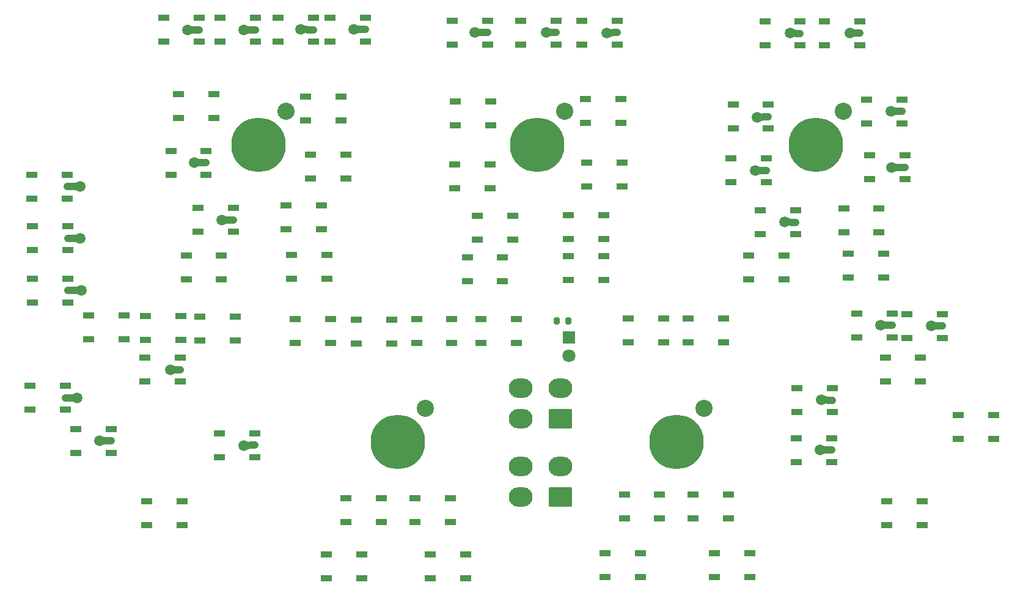
<source format=gbr>
%TF.GenerationSoftware,KiCad,Pcbnew,(6.0.9)*%
%TF.CreationDate,2023-01-06T21:13:37-09:00*%
%TF.ProjectId,INTR LT PANEL,494e5452-204c-4542-9050-414e454c2e6b,rev?*%
%TF.SameCoordinates,Original*%
%TF.FileFunction,Copper,L1,Top*%
%TF.FilePolarity,Positive*%
%FSLAX46Y46*%
G04 Gerber Fmt 4.6, Leading zero omitted, Abs format (unit mm)*
G04 Created by KiCad (PCBNEW (6.0.9)) date 2023-01-06 21:13:37*
%MOMM*%
%LPD*%
G01*
G04 APERTURE LIST*
G04 Aperture macros list*
%AMRoundRect*
0 Rectangle with rounded corners*
0 $1 Rounding radius*
0 $2 $3 $4 $5 $6 $7 $8 $9 X,Y pos of 4 corners*
0 Add a 4 corners polygon primitive as box body*
4,1,4,$2,$3,$4,$5,$6,$7,$8,$9,$2,$3,0*
0 Add four circle primitives for the rounded corners*
1,1,$1+$1,$2,$3*
1,1,$1+$1,$4,$5*
1,1,$1+$1,$6,$7*
1,1,$1+$1,$8,$9*
0 Add four rect primitives between the rounded corners*
20,1,$1+$1,$2,$3,$4,$5,0*
20,1,$1+$1,$4,$5,$6,$7,0*
20,1,$1+$1,$6,$7,$8,$9,0*
20,1,$1+$1,$8,$9,$2,$3,0*%
G04 Aperture macros list end*
%TA.AperFunction,SMDPad,CuDef*%
%ADD10R,1.500000X0.900000*%
%TD*%
%TA.AperFunction,WasherPad*%
%ADD11C,7.540752*%
%TD*%
%TA.AperFunction,WasherPad*%
%ADD12C,2.381250*%
%TD*%
%TA.AperFunction,SMDPad,CuDef*%
%ADD13RoundRect,0.200000X0.200000X0.275000X-0.200000X0.275000X-0.200000X-0.275000X0.200000X-0.275000X0*%
%TD*%
%TA.AperFunction,ComponentPad*%
%ADD14R,1.800000X1.800000*%
%TD*%
%TA.AperFunction,ComponentPad*%
%ADD15C,1.800000*%
%TD*%
%TA.AperFunction,ComponentPad*%
%ADD16RoundRect,0.250001X1.399999X-1.099999X1.399999X1.099999X-1.399999X1.099999X-1.399999X-1.099999X0*%
%TD*%
%TA.AperFunction,ComponentPad*%
%ADD17O,3.300000X2.700000*%
%TD*%
%TA.AperFunction,ViaPad*%
%ADD18C,1.500000*%
%TD*%
%TA.AperFunction,Conductor*%
%ADD19C,1.000000*%
%TD*%
G04 APERTURE END LIST*
D10*
%TO.P,D2,1,VDD*%
%TO.N,/LED+5V*%
X151830000Y-49708800D03*
%TO.P,D2,2,DOUT*%
%TO.N,N/C*%
X151830000Y-53008800D03*
%TO.P,D2,3,VSS*%
%TO.N,/LEDGND*%
X156730000Y-53008800D03*
%TO.P,D2,4,DIN*%
%TO.N,/DATAIN*%
X156730000Y-49708800D03*
%TD*%
%TO.P,D3,1,VDD*%
%TO.N,/LED+5V*%
X143600000Y-49759600D03*
%TO.P,D3,2,DOUT*%
%TO.N,N/C*%
X143600000Y-53059600D03*
%TO.P,D3,3,VSS*%
%TO.N,/LEDGND*%
X148500000Y-53059600D03*
%TO.P,D3,4,DIN*%
%TO.N,Net-(D2-Pad2)*%
X148500000Y-49759600D03*
%TD*%
%TO.P,D4,1,VDD*%
%TO.N,/LED+5V*%
X118237000Y-49632800D03*
%TO.P,D4,2,DOUT*%
%TO.N,N/C*%
X118237000Y-52932800D03*
%TO.P,D4,3,VSS*%
%TO.N,/LEDGND*%
X123137000Y-52932800D03*
%TO.P,D4,4,DIN*%
%TO.N,Net-(D3-Pad2)*%
X123137000Y-49632800D03*
%TD*%
%TO.P,D5,1,VDD*%
%TO.N,/LED+5V*%
X109781000Y-49607000D03*
%TO.P,D5,2,DOUT*%
%TO.N,N/C*%
X109781000Y-52907000D03*
%TO.P,D5,3,VSS*%
%TO.N,/LEDGND*%
X114681000Y-52907000D03*
%TO.P,D5,4,DIN*%
%TO.N,Net-(D4-Pad2)*%
X114681000Y-49607000D03*
%TD*%
%TO.P,D6,1,VDD*%
%TO.N,/LED+5V*%
X100279000Y-49607000D03*
%TO.P,D6,2,DOUT*%
%TO.N,N/C*%
X100279000Y-52907000D03*
%TO.P,D6,3,VSS*%
%TO.N,/LEDGND*%
X105179000Y-52907000D03*
%TO.P,D6,4,DIN*%
%TO.N,Net-(D5-Pad2)*%
X105179000Y-49607000D03*
%TD*%
%TO.P,D7,1,VDD*%
%TO.N,/LED+5V*%
X83390400Y-49200600D03*
%TO.P,D7,2,DOUT*%
%TO.N,N/C*%
X83390400Y-52500600D03*
%TO.P,D7,3,VSS*%
%TO.N,/LEDGND*%
X88290400Y-52500600D03*
%TO.P,D7,4,DIN*%
%TO.N,Net-(D6-Pad2)*%
X88290400Y-49200600D03*
%TD*%
%TO.P,D8,1,VDD*%
%TO.N,/LED+5V*%
X76126000Y-49251800D03*
%TO.P,D8,2,DOUT*%
%TO.N,N/C*%
X76126000Y-52551800D03*
%TO.P,D8,3,VSS*%
%TO.N,/LEDGND*%
X81026000Y-52551800D03*
%TO.P,D8,4,DIN*%
%TO.N,Net-(D7-Pad2)*%
X81026000Y-49251800D03*
%TD*%
%TO.P,D9,1,VDD*%
%TO.N,/LED+5V*%
X68122800Y-49226000D03*
%TO.P,D9,2,DOUT*%
%TO.N,Net-(D10-Pad4)*%
X68122800Y-52526000D03*
%TO.P,D9,3,VSS*%
%TO.N,/LEDGND*%
X73022800Y-52526000D03*
%TO.P,D9,4,DIN*%
%TO.N,Net-(D8-Pad2)*%
X73022800Y-49226000D03*
%TD*%
%TO.P,D10,1,VDD*%
%TO.N,/LED+5V*%
X60299600Y-49251400D03*
%TO.P,D10,2,DOUT*%
%TO.N,N/C*%
X60299600Y-52551400D03*
%TO.P,D10,3,VSS*%
%TO.N,/LEDGND*%
X65199600Y-52551400D03*
%TO.P,D10,4,DIN*%
%TO.N,Net-(D10-Pad4)*%
X65199600Y-49251400D03*
%TD*%
%TO.P,D11,1,VDD*%
%TO.N,/LED+5V*%
X42064600Y-70968400D03*
%TO.P,D11,2,DOUT*%
%TO.N,N/C*%
X42064600Y-74268400D03*
%TO.P,D11,3,VSS*%
%TO.N,/LEDGND*%
X46964600Y-74268400D03*
%TO.P,D11,4,DIN*%
%TO.N,Net-(D10-Pad2)*%
X46964600Y-70968400D03*
%TD*%
%TO.P,D12,1,VDD*%
%TO.N,/LED+5V*%
X42127000Y-78131400D03*
%TO.P,D12,2,DOUT*%
%TO.N,N/C*%
X42127000Y-81431400D03*
%TO.P,D12,3,VSS*%
%TO.N,/LEDGND*%
X47027000Y-81431400D03*
%TO.P,D12,4,DIN*%
%TO.N,Net-(D11-Pad2)*%
X47027000Y-78131400D03*
%TD*%
%TO.P,D13,1,VDD*%
%TO.N,/LED+5V*%
X42115400Y-85344800D03*
%TO.P,D13,2,DOUT*%
%TO.N,N/C*%
X42115400Y-88644800D03*
%TO.P,D13,3,VSS*%
%TO.N,/LEDGND*%
X47015400Y-88644800D03*
%TO.P,D13,4,DIN*%
%TO.N,Net-(D12-Pad2)*%
X47015400Y-85344800D03*
%TD*%
%TO.P,D14,1,VDD*%
%TO.N,/LED+5V*%
X41759800Y-100204000D03*
%TO.P,D14,2,DOUT*%
%TO.N,N/C*%
X41759800Y-103504000D03*
%TO.P,D14,3,VSS*%
%TO.N,/LEDGND*%
X46659800Y-103504000D03*
%TO.P,D14,4,DIN*%
%TO.N,Net-(D13-Pad2)*%
X46659800Y-100204000D03*
%TD*%
%TO.P,D15,1,VDD*%
%TO.N,/LED+5V*%
X49936400Y-90475600D03*
%TO.P,D15,2,DOUT*%
%TO.N,N/C*%
X49936400Y-93775600D03*
%TO.P,D15,3,VSS*%
%TO.N,/LEDGND*%
X54836400Y-93775600D03*
%TO.P,D15,4,DIN*%
%TO.N,Net-(D14-Pad2)*%
X54836400Y-90475600D03*
%TD*%
%TO.P,D16,1,VDD*%
%TO.N,/LED+5V*%
X57785000Y-90526400D03*
%TO.P,D16,2,DOUT*%
%TO.N,N/C*%
X57785000Y-93826400D03*
%TO.P,D16,3,VSS*%
%TO.N,/LEDGND*%
X62685000Y-93826400D03*
%TO.P,D16,4,DIN*%
%TO.N,Net-(D15-Pad2)*%
X62685000Y-90526400D03*
%TD*%
%TO.P,D17,1,VDD*%
%TO.N,/LED+5V*%
X65331000Y-90602600D03*
%TO.P,D17,2,DOUT*%
%TO.N,N/C*%
X65331000Y-93902600D03*
%TO.P,D17,3,VSS*%
%TO.N,/LEDGND*%
X70231000Y-93902600D03*
%TO.P,D17,4,DIN*%
%TO.N,Net-(D16-Pad2)*%
X70231000Y-90602600D03*
%TD*%
%TO.P,D18,1,VDD*%
%TO.N,/LED+5V*%
X63423800Y-82119000D03*
%TO.P,D18,2,DOUT*%
%TO.N,N/C*%
X63423800Y-85419000D03*
%TO.P,D18,3,VSS*%
%TO.N,/LEDGND*%
X68323800Y-85419000D03*
%TO.P,D18,4,DIN*%
%TO.N,Net-(D17-Pad2)*%
X68323800Y-82119000D03*
%TD*%
%TO.P,D19,1,VDD*%
%TO.N,/LED+5V*%
X65088600Y-75566000D03*
%TO.P,D19,2,DOUT*%
%TO.N,Net-(D18-Pad2)*%
X65088600Y-78866000D03*
%TO.P,D19,3,VSS*%
%TO.N,/LEDGND*%
X69988600Y-78866000D03*
%TO.P,D19,4,DIN*%
%TO.N,Net-(D18-Pad2)*%
X69988600Y-75566000D03*
%TD*%
%TO.P,D24,1,VDD*%
%TO.N,/LED+5V*%
X77292200Y-75210200D03*
%TO.P,D24,2,DOUT*%
%TO.N,N/C*%
X77292200Y-78510200D03*
%TO.P,D24,3,VSS*%
%TO.N,/LEDGND*%
X82192200Y-78510200D03*
%TO.P,D24,4,DIN*%
%TO.N,Net-(D23-Pad2)*%
X82192200Y-75210200D03*
%TD*%
%TO.P,D25,1,VDD*%
%TO.N,/LED+5V*%
X78042600Y-82068400D03*
%TO.P,D25,2,DOUT*%
%TO.N,N/C*%
X78042600Y-85368400D03*
%TO.P,D25,3,VSS*%
%TO.N,/LEDGND*%
X82942600Y-85368400D03*
%TO.P,D25,4,DIN*%
%TO.N,Net-(D24-Pad2)*%
X82942600Y-82068400D03*
%TD*%
%TO.P,D26,1,VDD*%
%TO.N,/LED+5V*%
X78499800Y-90933000D03*
%TO.P,D26,2,DOUT*%
%TO.N,N/C*%
X78499800Y-94233000D03*
%TO.P,D26,3,VSS*%
%TO.N,/LEDGND*%
X83399800Y-94233000D03*
%TO.P,D26,4,DIN*%
%TO.N,Net-(D25-Pad2)*%
X83399800Y-90933000D03*
%TD*%
%TO.P,D27,1,VDD*%
%TO.N,/LED+5V*%
X86997200Y-91009000D03*
%TO.P,D27,2,DOUT*%
%TO.N,N/C*%
X86997200Y-94309000D03*
%TO.P,D27,3,VSS*%
%TO.N,/LEDGND*%
X91897200Y-94309000D03*
%TO.P,D27,4,DIN*%
%TO.N,Net-(D26-Pad2)*%
X91897200Y-91009000D03*
%TD*%
%TO.P,D28,1,VDD*%
%TO.N,/LED+5V*%
X95340000Y-90983800D03*
%TO.P,D28,2,DOUT*%
%TO.N,N/C*%
X95340000Y-94283800D03*
%TO.P,D28,3,VSS*%
%TO.N,/LEDGND*%
X100240000Y-94283800D03*
%TO.P,D28,4,DIN*%
%TO.N,Net-(D27-Pad2)*%
X100240000Y-90983800D03*
%TD*%
%TO.P,D29,1,VDD*%
%TO.N,/LED+5V*%
X104281000Y-90983800D03*
%TO.P,D29,2,DOUT*%
%TO.N,N/C*%
X104281000Y-94283800D03*
%TO.P,D29,3,VSS*%
%TO.N,/LEDGND*%
X109181000Y-94283800D03*
%TO.P,D29,4,DIN*%
%TO.N,Net-(D28-Pad2)*%
X109181000Y-90983800D03*
%TD*%
%TO.P,D30,1,VDD*%
%TO.N,/LED+5V*%
X102362000Y-82449200D03*
%TO.P,D30,2,DOUT*%
%TO.N,N/C*%
X102362000Y-85749200D03*
%TO.P,D30,3,VSS*%
%TO.N,/LEDGND*%
X107262000Y-85749200D03*
%TO.P,D30,4,DIN*%
%TO.N,Net-(D29-Pad2)*%
X107262000Y-82449200D03*
%TD*%
%TO.P,D31,1,VDD*%
%TO.N,/LED+5V*%
X103761000Y-76658000D03*
%TO.P,D31,2,DOUT*%
%TO.N,N/C*%
X103761000Y-79958000D03*
%TO.P,D31,3,VSS*%
%TO.N,/LEDGND*%
X108661000Y-79958000D03*
%TO.P,D31,4,DIN*%
%TO.N,Net-(D30-Pad2)*%
X108661000Y-76658000D03*
%TD*%
%TO.P,D36,1,VDD*%
%TO.N,/LED+5V*%
X116371000Y-76556600D03*
%TO.P,D36,2,DOUT*%
%TO.N,N/C*%
X116371000Y-79856600D03*
%TO.P,D36,3,VSS*%
%TO.N,/LEDGND*%
X121271000Y-79856600D03*
%TO.P,D36,4,DIN*%
%TO.N,Net-(D35-Pad2)*%
X121271000Y-76556600D03*
%TD*%
%TO.P,D37,1,VDD*%
%TO.N,/LED+5V*%
X116360000Y-82221000D03*
%TO.P,D37,2,DOUT*%
%TO.N,N/C*%
X116360000Y-85521000D03*
%TO.P,D37,3,VSS*%
%TO.N,/LEDGND*%
X121260000Y-85521000D03*
%TO.P,D37,4,DIN*%
%TO.N,Net-(D36-Pad2)*%
X121260000Y-82221000D03*
%TD*%
%TO.P,D38,1,VDD*%
%TO.N,/LED+5V*%
X124702000Y-90856800D03*
%TO.P,D38,2,DOUT*%
%TO.N,N/C*%
X124702000Y-94156800D03*
%TO.P,D38,3,VSS*%
%TO.N,/LEDGND*%
X129602000Y-94156800D03*
%TO.P,D38,4,DIN*%
%TO.N,Net-(D37-Pad2)*%
X129602000Y-90856800D03*
%TD*%
%TO.P,D39,1,VDD*%
%TO.N,/LED+5V*%
X132971000Y-90907400D03*
%TO.P,D39,2,DOUT*%
%TO.N,N/C*%
X132971000Y-94207400D03*
%TO.P,D39,3,VSS*%
%TO.N,/LEDGND*%
X137871000Y-94207400D03*
%TO.P,D39,4,DIN*%
%TO.N,Net-(D38-Pad2)*%
X137871000Y-90907400D03*
%TD*%
%TO.P,D40,1,VDD*%
%TO.N,/LED+5V*%
X141351000Y-82195200D03*
%TO.P,D40,2,DOUT*%
%TO.N,N/C*%
X141351000Y-85495200D03*
%TO.P,D40,3,VSS*%
%TO.N,/LEDGND*%
X146251000Y-85495200D03*
%TO.P,D40,4,DIN*%
%TO.N,Net-(D39-Pad2)*%
X146251000Y-82195200D03*
%TD*%
%TO.P,D41,1,VDD*%
%TO.N,/LED+5V*%
X142953000Y-75921400D03*
%TO.P,D41,2,DOUT*%
%TO.N,N/C*%
X142953000Y-79221400D03*
%TO.P,D41,3,VSS*%
%TO.N,/LEDGND*%
X147853000Y-79221400D03*
%TO.P,D41,4,DIN*%
%TO.N,Net-(D40-Pad2)*%
X147853000Y-75921400D03*
%TD*%
%TO.P,D46,1,VDD*%
%TO.N,/LED+5V*%
X154522000Y-75667600D03*
%TO.P,D46,2,DOUT*%
%TO.N,N/C*%
X154522000Y-78967600D03*
%TO.P,D46,3,VSS*%
%TO.N,/LEDGND*%
X159422000Y-78967600D03*
%TO.P,D46,4,DIN*%
%TO.N,Net-(D45-Pad2)*%
X159422000Y-75667600D03*
%TD*%
%TO.P,D47,1,VDD*%
%TO.N,/LED+5V*%
X155171000Y-81915800D03*
%TO.P,D47,2,DOUT*%
%TO.N,N/C*%
X155171000Y-85215800D03*
%TO.P,D47,3,VSS*%
%TO.N,/LEDGND*%
X160071000Y-85215800D03*
%TO.P,D47,4,DIN*%
%TO.N,Net-(D46-Pad2)*%
X160071000Y-81915800D03*
%TD*%
%TO.P,D48,1,VDD*%
%TO.N,/LED+5V*%
X156339000Y-90196200D03*
%TO.P,D48,2,DOUT*%
%TO.N,N/C*%
X156339000Y-93496200D03*
%TO.P,D48,3,VSS*%
%TO.N,/LEDGND*%
X161239000Y-93496200D03*
%TO.P,D48,4,DIN*%
%TO.N,Net-(D47-Pad2)*%
X161239000Y-90196200D03*
%TD*%
%TO.P,D49,1,VDD*%
%TO.N,/LED+5V*%
X163299000Y-90247400D03*
%TO.P,D49,2,DOUT*%
%TO.N,N/C*%
X163299000Y-93547400D03*
%TO.P,D49,3,VSS*%
%TO.N,/LEDGND*%
X168199000Y-93547400D03*
%TO.P,D49,4,DIN*%
%TO.N,Net-(D48-Pad2)*%
X168199000Y-90247400D03*
%TD*%
%TO.P,D50,1,VDD*%
%TO.N,/LED+5V*%
X160276000Y-96317600D03*
%TO.P,D50,2,DOUT*%
%TO.N,N/C*%
X160276000Y-99617600D03*
%TO.P,D50,3,VSS*%
%TO.N,/LEDGND*%
X165176000Y-99617600D03*
%TO.P,D50,4,DIN*%
%TO.N,Net-(D49-Pad2)*%
X165176000Y-96317600D03*
%TD*%
%TO.P,D51,1,VDD*%
%TO.N,/LED+5V*%
X170385000Y-104268000D03*
%TO.P,D51,2,DOUT*%
%TO.N,N/C*%
X170385000Y-107568000D03*
%TO.P,D51,3,VSS*%
%TO.N,/LEDGND*%
X175285000Y-107568000D03*
%TO.P,D51,4,DIN*%
%TO.N,Net-(D50-Pad2)*%
X175285000Y-104268000D03*
%TD*%
%TO.P,D52,1,VDD*%
%TO.N,/LED+5V*%
X160466000Y-116155000D03*
%TO.P,D52,2,DOUT*%
%TO.N,N/C*%
X160466000Y-119455000D03*
%TO.P,D52,3,VSS*%
%TO.N,/LEDGND*%
X165366000Y-119455000D03*
%TO.P,D52,4,DIN*%
%TO.N,Net-(D51-Pad2)*%
X165366000Y-116155000D03*
%TD*%
%TO.P,D53,1,VDD*%
%TO.N,/LED+5V*%
X147983000Y-107469000D03*
%TO.P,D53,2,DOUT*%
%TO.N,N/C*%
X147983000Y-110769000D03*
%TO.P,D53,3,VSS*%
%TO.N,/LEDGND*%
X152883000Y-110769000D03*
%TO.P,D53,4,DIN*%
%TO.N,Net-(D52-Pad2)*%
X152883000Y-107469000D03*
%TD*%
%TO.P,D54,1,VDD*%
%TO.N,/LED+5V*%
X148008000Y-100560000D03*
%TO.P,D54,2,DOUT*%
%TO.N,N/C*%
X148008000Y-103860000D03*
%TO.P,D54,3,VSS*%
%TO.N,/LEDGND*%
X152908000Y-103860000D03*
%TO.P,D54,4,DIN*%
%TO.N,Net-(D53-Pad2)*%
X152908000Y-100560000D03*
%TD*%
%TO.P,D55,1,VDD*%
%TO.N,/LED+5V*%
X136629000Y-123394000D03*
%TO.P,D55,2,DOUT*%
%TO.N,N/C*%
X136629000Y-126694000D03*
%TO.P,D55,3,VSS*%
%TO.N,/LEDGND*%
X141529000Y-126694000D03*
%TO.P,D55,4,DIN*%
%TO.N,Net-(D54-Pad2)*%
X141529000Y-123394000D03*
%TD*%
%TO.P,D56,1,VDD*%
%TO.N,/LED+5V*%
X133625000Y-115250000D03*
%TO.P,D56,2,DOUT*%
%TO.N,N/C*%
X133625000Y-118550000D03*
%TO.P,D56,3,VSS*%
%TO.N,/LEDGND*%
X138525000Y-118550000D03*
%TO.P,D56,4,DIN*%
%TO.N,Net-(D55-Pad2)*%
X138525000Y-115250000D03*
%TD*%
%TO.P,D57,1,VDD*%
%TO.N,/LED+5V*%
X124125000Y-115275000D03*
%TO.P,D57,2,DOUT*%
%TO.N,N/C*%
X124125000Y-118575000D03*
%TO.P,D57,3,VSS*%
%TO.N,/LEDGND*%
X129025000Y-118575000D03*
%TO.P,D57,4,DIN*%
%TO.N,Net-(D56-Pad2)*%
X129025000Y-115275000D03*
%TD*%
%TO.P,D58,1,VDD*%
%TO.N,/LED+5V*%
X121490000Y-123419000D03*
%TO.P,D58,2,DOUT*%
%TO.N,N/C*%
X121490000Y-126719000D03*
%TO.P,D58,3,VSS*%
%TO.N,/LEDGND*%
X126390000Y-126719000D03*
%TO.P,D58,4,DIN*%
%TO.N,Net-(D57-Pad2)*%
X126390000Y-123419000D03*
%TD*%
%TO.P,D59,1,VDD*%
%TO.N,/LED+5V*%
X97208000Y-123597000D03*
%TO.P,D59,2,DOUT*%
%TO.N,N/C*%
X97208000Y-126897000D03*
%TO.P,D59,3,VSS*%
%TO.N,/LEDGND*%
X102108000Y-126897000D03*
%TO.P,D59,4,DIN*%
%TO.N,Net-(D58-Pad2)*%
X102108000Y-123597000D03*
%TD*%
%TO.P,D60,1,VDD*%
%TO.N,/LED+5V*%
X95150600Y-115749000D03*
%TO.P,D60,2,DOUT*%
%TO.N,N/C*%
X95150600Y-119049000D03*
%TO.P,D60,3,VSS*%
%TO.N,/LEDGND*%
X100050600Y-119049000D03*
%TO.P,D60,4,DIN*%
%TO.N,Net-(D59-Pad2)*%
X100050600Y-115749000D03*
%TD*%
%TO.P,D61,1,VDD*%
%TO.N,/LED+5V*%
X85574800Y-115799000D03*
%TO.P,D61,2,DOUT*%
%TO.N,N/C*%
X85574800Y-119099000D03*
%TO.P,D61,3,VSS*%
%TO.N,/LEDGND*%
X90474800Y-119099000D03*
%TO.P,D61,4,DIN*%
%TO.N,Net-(D60-Pad2)*%
X90474800Y-115799000D03*
%TD*%
%TO.P,D62,1,VDD*%
%TO.N,/LED+5V*%
X82831600Y-123572000D03*
%TO.P,D62,2,DOUT*%
%TO.N,N/C*%
X82831600Y-126872000D03*
%TO.P,D62,3,VSS*%
%TO.N,/LEDGND*%
X87731600Y-126872000D03*
%TO.P,D62,4,DIN*%
%TO.N,Net-(D61-Pad2)*%
X87731600Y-123572000D03*
%TD*%
%TO.P,D63,1,VDD*%
%TO.N,/LED+5V*%
X68035000Y-106783000D03*
%TO.P,D63,2,DOUT*%
%TO.N,N/C*%
X68035000Y-110083000D03*
%TO.P,D63,3,VSS*%
%TO.N,/LEDGND*%
X72935000Y-110083000D03*
%TO.P,D63,4,DIN*%
%TO.N,Net-(D62-Pad2)*%
X72935000Y-106783000D03*
%TD*%
%TO.P,D64,1,VDD*%
%TO.N,/LED+5V*%
X57711000Y-96317600D03*
%TO.P,D64,2,DOUT*%
%TO.N,N/C*%
X57711000Y-99617600D03*
%TO.P,D64,3,VSS*%
%TO.N,/LEDGND*%
X62611000Y-99617600D03*
%TO.P,D64,4,DIN*%
%TO.N,Net-(D63-Pad2)*%
X62611000Y-96317600D03*
%TD*%
%TO.P,D65,1,VDD*%
%TO.N,/LED+5V*%
X48133000Y-106173000D03*
%TO.P,D65,2,DOUT*%
%TO.N,N/C*%
X48133000Y-109473000D03*
%TO.P,D65,3,VSS*%
%TO.N,/LEDGND*%
X53033000Y-109473000D03*
%TO.P,D65,4,DIN*%
%TO.N,Net-(D64-Pad2)*%
X53033000Y-106173000D03*
%TD*%
%TO.P,D66,1,VDD*%
%TO.N,/LED+5V*%
X57990400Y-116155000D03*
%TO.P,D66,2,DOUT*%
%TO.N,/DATAOUT*%
X57990400Y-119455000D03*
%TO.P,D66,3,VSS*%
%TO.N,/LEDGND*%
X62890400Y-119455000D03*
%TO.P,D66,4,DIN*%
%TO.N,Net-(D65-Pad2)*%
X62890400Y-116155000D03*
%TD*%
D11*
%TO.P,9,*%
%TO.N,*%
X92760800Y-107950000D03*
D12*
X96536722Y-103287124D03*
%TD*%
%TO.P,5,*%
%TO.N,*%
X77232722Y-62139124D03*
D11*
X73456800Y-66802000D03*
%TD*%
%TO.P,6,*%
%TO.N,*%
X112064800Y-66802000D03*
D12*
X115840722Y-62139124D03*
%TD*%
D11*
%TO.P,7,*%
%TO.N,*%
X150672800Y-66802000D03*
D12*
X154448722Y-62139124D03*
%TD*%
%TO.P,10,*%
%TO.N,*%
X135144722Y-103287124D03*
D11*
X131368800Y-107950000D03*
%TD*%
D10*
%TO.P,D20,1,VDD*%
%TO.N,/LED+5V*%
X61300000Y-67650000D03*
%TO.P,D20,2,DOUT*%
%TO.N,N/C*%
X61300000Y-70950000D03*
%TO.P,D20,3,VSS*%
%TO.N,/LEDGND*%
X66200000Y-70950000D03*
%TO.P,D20,4,DIN*%
%TO.N,Net-(D18-Pad2)*%
X66200000Y-67650000D03*
%TD*%
%TO.P,D21,1,VDD*%
%TO.N,/LED+5V*%
X62350000Y-59800000D03*
%TO.P,D21,2,DOUT*%
%TO.N,N/C*%
X62350000Y-63100000D03*
%TO.P,D21,3,VSS*%
%TO.N,/LEDGND*%
X67250000Y-63100000D03*
%TO.P,D21,4,DIN*%
%TO.N,Net-(D20-Pad2)*%
X67250000Y-59800000D03*
%TD*%
%TO.P,D22,1,VDD*%
%TO.N,/LED+5V*%
X79975000Y-60125000D03*
%TO.P,D22,2,DOUT*%
%TO.N,N/C*%
X79975000Y-63425000D03*
%TO.P,D22,3,VSS*%
%TO.N,/LEDGND*%
X84875000Y-63425000D03*
%TO.P,D22,4,DIN*%
%TO.N,Net-(D21-Pad2)*%
X84875000Y-60125000D03*
%TD*%
%TO.P,D23,1,VDD*%
%TO.N,/LED+5V*%
X80675000Y-68150000D03*
%TO.P,D23,2,DOUT*%
%TO.N,N/C*%
X80675000Y-71450000D03*
%TO.P,D23,3,VSS*%
%TO.N,/LEDGND*%
X85575000Y-71450000D03*
%TO.P,D23,4,DIN*%
%TO.N,Net-(D22-Pad2)*%
X85575000Y-68150000D03*
%TD*%
%TO.P,D32,1,VDD*%
%TO.N,/LED+5V*%
X100650000Y-69550000D03*
%TO.P,D32,2,DOUT*%
%TO.N,N/C*%
X100650000Y-72850000D03*
%TO.P,D32,3,VSS*%
%TO.N,/LEDGND*%
X105550000Y-72850000D03*
%TO.P,D32,4,DIN*%
%TO.N,Net-(D31-Pad2)*%
X105550000Y-69550000D03*
%TD*%
%TO.P,D33,1,VDD*%
%TO.N,/LED+5V*%
X100725000Y-60825000D03*
%TO.P,D33,2,DOUT*%
%TO.N,N/C*%
X100725000Y-64125000D03*
%TO.P,D33,3,VSS*%
%TO.N,/LEDGND*%
X105625000Y-64125000D03*
%TO.P,D33,4,DIN*%
%TO.N,Net-(D32-Pad2)*%
X105625000Y-60825000D03*
%TD*%
%TO.P,D34,1,VDD*%
%TO.N,/LED+5V*%
X118775000Y-60475000D03*
%TO.P,D34,2,DOUT*%
%TO.N,N/C*%
X118775000Y-63775000D03*
%TO.P,D34,3,VSS*%
%TO.N,/LEDGND*%
X123675000Y-63775000D03*
%TO.P,D34,4,DIN*%
%TO.N,Net-(D33-Pad2)*%
X123675000Y-60475000D03*
%TD*%
%TO.P,D35,1,VDD*%
%TO.N,/LED+5V*%
X118925000Y-69300000D03*
%TO.P,D35,2,DOUT*%
%TO.N,N/C*%
X118925000Y-72600000D03*
%TO.P,D35,3,VSS*%
%TO.N,/LEDGND*%
X123825000Y-72600000D03*
%TO.P,D35,4,DIN*%
%TO.N,Net-(D34-Pad2)*%
X123825000Y-69300000D03*
%TD*%
%TO.P,D42,1,VDD*%
%TO.N,/LED+5V*%
X138925000Y-68725000D03*
%TO.P,D42,2,DOUT*%
%TO.N,N/C*%
X138925000Y-72025000D03*
%TO.P,D42,3,VSS*%
%TO.N,/LEDGND*%
X143825000Y-72025000D03*
%TO.P,D42,4,DIN*%
%TO.N,Net-(D41-Pad2)*%
X143825000Y-68725000D03*
%TD*%
%TO.P,D43,1,VDD*%
%TO.N,/LED+5V*%
X139200000Y-61275000D03*
%TO.P,D43,2,DOUT*%
%TO.N,N/C*%
X139200000Y-64575000D03*
%TO.P,D43,3,VSS*%
%TO.N,/LEDGND*%
X144100000Y-64575000D03*
%TO.P,D43,4,DIN*%
%TO.N,Net-(D42-Pad2)*%
X144100000Y-61275000D03*
%TD*%
%TO.P,D44,1,VDD*%
%TO.N,/LED+5V*%
X157725000Y-60525000D03*
%TO.P,D44,2,DOUT*%
%TO.N,N/C*%
X157725000Y-63825000D03*
%TO.P,D44,3,VSS*%
%TO.N,/LEDGND*%
X162625000Y-63825000D03*
%TO.P,D44,4,DIN*%
%TO.N,Net-(D43-Pad2)*%
X162625000Y-60525000D03*
%TD*%
%TO.P,D45,1,VDD*%
%TO.N,/LED+5V*%
X158100000Y-68300000D03*
%TO.P,D45,2,DOUT*%
%TO.N,N/C*%
X158100000Y-71600000D03*
%TO.P,D45,3,VSS*%
%TO.N,/LEDGND*%
X163000000Y-71600000D03*
%TO.P,D45,4,DIN*%
%TO.N,Net-(D44-Pad2)*%
X163000000Y-68300000D03*
%TD*%
D13*
%TO.P,R1,1*%
%TO.N,Net-(D1-Pad1)*%
X116395000Y-91186000D03*
%TO.P,R1,2*%
%TO.N,/LEDGND*%
X114745000Y-91186000D03*
%TD*%
D14*
%TO.P,D1,1,K*%
%TO.N,Net-(D1-Pad1)*%
X116434000Y-93497400D03*
D15*
%TO.P,D1,2,A*%
%TO.N,/LED+5V*%
X116434000Y-96037400D03*
%TD*%
D16*
%TO.P,J1,1,Pin_1*%
%TO.N,/LED+5V*%
X115300000Y-104750000D03*
D17*
%TO.P,J1,2,Pin_2*%
X115300000Y-100550000D03*
%TO.P,J1,3,Pin_3*%
%TO.N,/LEDGND*%
X109800000Y-104750000D03*
%TO.P,J1,4,Pin_4*%
%TO.N,/DATAIN*%
X109800000Y-100550000D03*
%TD*%
D16*
%TO.P,J2,1,Pin_1*%
%TO.N,/LED+5V*%
X115250000Y-115600000D03*
D17*
%TO.P,J2,2,Pin_2*%
X115250000Y-111400000D03*
%TO.P,J2,3,Pin_3*%
%TO.N,/LEDGND*%
X109750000Y-115600000D03*
%TO.P,J2,4,Pin_4*%
%TO.N,/DATAOUT*%
X109750000Y-111400000D03*
%TD*%
D18*
%TO.N,/LEDGND*%
X121666000Y-51308000D03*
X86614000Y-50800000D03*
X48895200Y-86994800D03*
X147066000Y-51308000D03*
X71374000Y-108458000D03*
X61290400Y-97967600D03*
X48742600Y-79781400D03*
X113335000Y-51257000D03*
X103429000Y-51257000D03*
X48260000Y-101854000D03*
X142494000Y-62992000D03*
X159664200Y-91846200D03*
X155397200Y-51358800D03*
X79248000Y-50800000D03*
X63601400Y-50901400D03*
X146304000Y-77470000D03*
X68326000Y-77216000D03*
X151384000Y-102108000D03*
X151231000Y-109119000D03*
X51435000Y-107823000D03*
X48742400Y-72618400D03*
X166674600Y-91897400D03*
X71450000Y-50876000D03*
X161091000Y-62175000D03*
X161190000Y-69950000D03*
X64558000Y-69300000D03*
X142240000Y-70358000D03*
%TD*%
D19*
%TO.N,/LEDGND*%
X48742400Y-72618400D02*
X48742400Y-72618400D01*
X48742600Y-79781400D02*
X48742600Y-79781400D01*
X48895200Y-86994800D02*
X48895200Y-86994800D01*
X48260000Y-101854000D02*
X48260000Y-101854000D01*
X51435000Y-107823000D02*
X51435000Y-107823000D01*
X71374000Y-108458000D02*
X71399000Y-108433000D01*
X61290400Y-97967600D02*
X61290400Y-97967600D01*
X151231000Y-109119000D02*
X151231000Y-109119000D01*
X151384000Y-102108000D02*
X151486000Y-102210000D01*
X63601400Y-50901400D02*
X63601400Y-50901400D01*
X71450000Y-50876000D02*
X71450000Y-50876000D01*
X79248000Y-50800000D02*
X79349800Y-50901800D01*
X86614000Y-50800000D02*
X86664600Y-50850600D01*
X103429000Y-51257000D02*
X103429000Y-51257000D01*
X113335000Y-51257000D02*
X113335000Y-51257000D01*
X121666000Y-51308000D02*
X121691200Y-51282800D01*
X147066000Y-51308000D02*
X147167600Y-51409600D01*
X155397200Y-51358800D02*
X155244800Y-51358800D01*
X142494000Y-62992000D02*
X142681000Y-62925000D01*
X142240000Y-70358000D02*
X142257000Y-70375000D01*
X161190000Y-69950000D02*
X161136000Y-69950000D01*
X161091000Y-62175000D02*
X161091000Y-62175000D01*
X146304000Y-77470000D02*
X146405400Y-77571400D01*
X159664200Y-91846200D02*
X159664200Y-91846200D01*
X166674600Y-91897400D02*
X166674600Y-91897400D01*
X68326000Y-77216000D02*
X68326000Y-77216000D01*
X64558000Y-69300000D02*
X64558000Y-69300000D01*
X81026000Y-50901800D02*
X79248000Y-50800000D01*
X66200000Y-69300000D02*
X64558000Y-69300000D01*
X161239000Y-91846200D02*
X159664200Y-91846200D01*
X88290400Y-50850600D02*
X86614000Y-50800000D01*
X65199600Y-50901400D02*
X63601400Y-50901400D01*
X148500000Y-51409600D02*
X147066000Y-51308000D01*
X69988600Y-77216000D02*
X68326000Y-77216000D01*
X147853000Y-77571400D02*
X146304000Y-77470000D01*
X114681000Y-51257000D02*
X113335000Y-51257000D01*
X168199000Y-91897400D02*
X166674600Y-91897400D01*
X53033000Y-107823000D02*
X51435000Y-107823000D01*
X143825000Y-70375000D02*
X142240000Y-70358000D01*
X105179000Y-51257000D02*
X103429000Y-51257000D01*
X152908000Y-102210000D02*
X151384000Y-102108000D01*
X123137000Y-51282800D02*
X121666000Y-51308000D01*
X73022800Y-50876000D02*
X71450000Y-50876000D01*
X62611000Y-97967600D02*
X61290400Y-97967600D01*
X46659800Y-101854000D02*
X48260000Y-101854000D01*
X163000000Y-69950000D02*
X161190000Y-69950000D01*
X144100000Y-62925000D02*
X142494000Y-62992000D01*
X47027000Y-79781400D02*
X48742600Y-79781400D01*
X47015400Y-86994800D02*
X48895200Y-86994800D01*
X156730000Y-51358800D02*
X155397200Y-51358800D01*
X162625000Y-62175000D02*
X161091000Y-62175000D01*
X72935000Y-108433000D02*
X71374000Y-108458000D01*
X152883000Y-109119000D02*
X151231000Y-109119000D01*
X46964600Y-72618400D02*
X48742400Y-72618400D01*
%TD*%
M02*

</source>
